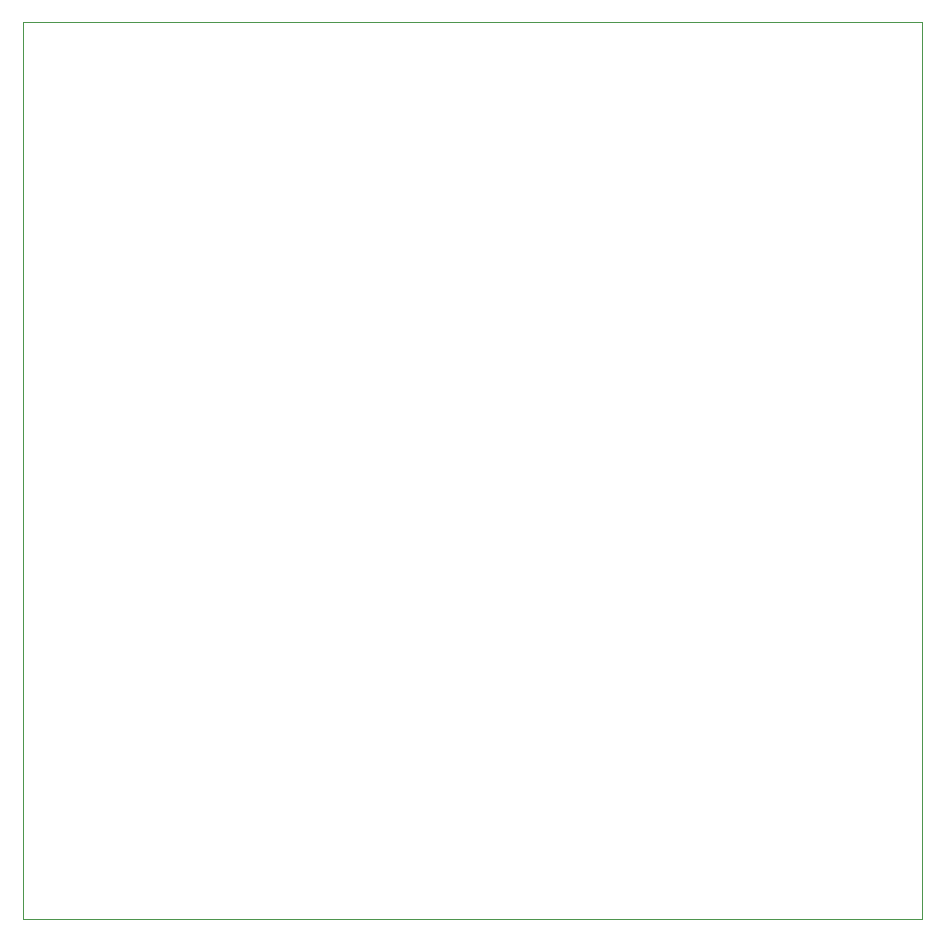
<source format=gbo>
G75*
%MOIN*%
%OFA0B0*%
%FSLAX25Y25*%
%IPPOS*%
%LPD*%
%AMOC8*
5,1,8,0,0,1.08239X$1,22.5*
%
%ADD10C,0.00000*%
D10*
X0018342Y0001256D02*
X0018342Y0299957D01*
X0318263Y0299957D01*
X0318263Y0001256D01*
X0018342Y0001256D01*
M02*

</source>
